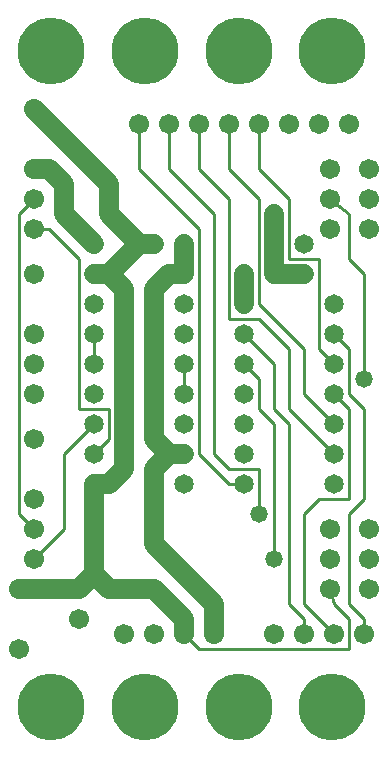
<source format=gtl>
%MOIN*%
%FSLAX25Y25*%
G04 D10 used for Character Trace; *
G04     Circle (OD=.01000) (No hole)*
G04 D11 used for Power Trace; *
G04     Circle (OD=.06700) (No hole)*
G04 D12 used for Signal Trace; *
G04     Circle (OD=.01100) (No hole)*
G04 D13 used for Via; *
G04     Circle (OD=.05800) (Round. Hole ID=.02800)*
G04 D14 used for Component hole; *
G04     Circle (OD=.06500) (Round. Hole ID=.03500)*
G04 D15 used for Component hole; *
G04     Circle (OD=.06700) (Round. Hole ID=.04300)*
G04 D16 used for Component hole; *
G04     Circle (OD=.08100) (Round. Hole ID=.05100)*
G04 D17 used for Component hole; *
G04     Circle (OD=.08900) (Round. Hole ID=.05900)*
G04 D18 used for Component hole; *
G04     Circle (OD=.11300) (Round. Hole ID=.08300)*
G04 D19 used for Component hole; *
G04     Circle (OD=.16000) (Round. Hole ID=.13000)*
G04 D20 used for Component hole; *
G04     Circle (OD=.18300) (Round. Hole ID=.15300)*
G04 D21 used for Component hole; *
G04     Circle (OD=.22291) (Round. Hole ID=.19291)*
%ADD10C,.01000*%
%ADD11C,.06700*%
%ADD12C,.01100*%
%ADD13C,.05800*%
%ADD14C,.06500*%
%ADD15C,.06700*%
%ADD16C,.08100*%
%ADD17C,.08900*%
%ADD18C,.11300*%
%ADD19C,.16000*%
%ADD20C,.18300*%
%ADD21C,.22291*%
%IPPOS*%
%LPD*%
G90*X0Y0D02*D21*X15625Y15625D03*D15*              
X5000Y35000D03*X40000Y40000D03*X25000Y45000D03*   
D21*X46875Y15625D03*D15*X50000Y40000D03*D11*      
X60000Y45000D02*X50000Y55000D01*X60000Y40000D02*  
Y45000D01*D15*Y40000D03*D12*X65000Y35000D01*      
X115000D01*Y45000D01*X110000Y50000D01*            
X108500Y55000D01*D15*D03*D12*X120000Y45000D02*    
X115000Y50000D01*X120000Y40000D02*Y45000D01*D15*  
Y40000D03*X110000D03*D12*X100000Y50000D01*        
Y80000D01*X105000Y85000D01*X115000D01*Y115000D01* 
X110000Y120000D01*D14*D03*D12*X120000Y115000D02*  
X115000Y120000D01*X120000Y85000D02*Y115000D01*    
X115000Y80000D02*X120000Y85000D01*                
X115000Y50000D02*Y80000D01*D15*X121500Y55000D03*  
Y65000D03*X108500D03*D12*X100000Y40000D02*        
Y45000D01*D15*Y40000D03*D12*Y45000D02*            
X95000Y50000D01*Y110000D01*X90000Y115000D01*      
Y130000D01*X80000Y140000D01*D14*D03*D12*          
X95000Y135000D02*X85000Y145000D01*                
X95000Y115000D02*Y135000D01*X110000Y100000D02*    
X95000Y115000D01*D14*X110000Y100000D03*Y110000D03*
D12*X100000Y120000D01*Y135000D01*X85000Y150000D01*
Y185000D01*X75000Y195000D01*Y210000D01*D15*D03*   
X85000D03*D12*Y195000D01*X95000Y185000D01*        
Y165000D01*X105000D01*Y135000D01*                 
X110000Y130000D01*D14*D03*D12*X115000Y120000D02*  
Y135000D01*D13*X120000Y125000D03*D12*Y160000D01*  
X115000Y165000D01*Y180000D01*X108500Y185000D01*   
D15*D03*X121500Y175000D03*Y195000D03*Y185000D03*  
X108500Y195000D03*Y175000D03*D14*                 
X100000Y170000D03*D13*X90000Y180000D03*D11*       
Y160000D01*X100000D01*D14*D03*X110000Y150000D03*  
D12*X75000Y145000D02*X85000D01*X75000D02*         
Y185000D01*X65000Y195000D01*Y210000D01*D15*D03*   
X55000D03*D12*Y195000D01*X70000Y180000D01*        
Y100000D01*X75000Y95000D01*X85000D01*Y80000D01*   
D13*D03*D12*X75000Y90000D02*X80000D01*D14*D03*D12*
X75000D02*X65000Y100000D01*Y175000D01*            
X45000Y195000D01*Y210000D01*D15*D03*D11*          
X35000Y180000D02*Y190000D01*X45000Y170000D02*     
X35000Y180000D01*Y160000D02*X45000Y170000D01*     
X40000Y155000D02*X35000Y160000D01*X40000Y95000D02*
Y155000D01*X35000Y90000D02*X40000Y95000D01*       
X30000Y90000D02*X35000D01*D14*X30000D03*D11*      
Y60000D01*X25000Y55000D01*X5000D01*D15*D03*       
X10000Y65000D03*D12*X20000Y75000D01*Y100000D01*   
X30000Y110000D01*D14*D03*D12*Y100000D02*          
X35000Y105000D01*D14*X30000Y100000D03*D12*        
X35000Y105000D02*Y115000D01*X25000D01*Y165000D01* 
X15000Y175000D01*X10000D01*D15*D03*D12*           
X5000Y80000D02*Y180000D01*X10000Y75000D02*        
X5000Y80000D01*D15*X10000Y75000D03*Y85000D03*D11* 
X35000Y55000D02*X30000Y60000D01*X35000Y55000D02*  
X50000D01*X70000Y50000D02*X50000Y70000D01*        
X70000Y40000D02*Y50000D01*D15*Y40000D03*X90000D03*
D13*Y65000D03*D12*Y110000D01*X85000Y115000D01*    
Y125000D01*X80000Y130000D01*D14*D03*Y120000D03*   
X60000Y150000D03*Y110000D03*Y140000D03*           
X80000Y150000D03*D11*Y160000D01*D14*D03*          
X60000Y170000D03*D11*Y160000D01*D14*D03*D11*      
X55000D01*X50000Y155000D01*Y105000D01*            
X55000Y100000D01*X50000Y95000D01*Y70000D01*D14*   
X60000Y90000D03*X80000Y100000D03*X60000D03*D11*   
X55000D01*D14*X60000Y120000D03*D12*Y130000D01*D14*
D03*X80000Y110000D03*X30000Y160000D03*D11*        
X35000D01*X45000Y170000D02*X50000D01*D14*D03*     
X30000Y150000D03*Y170000D03*D11*X20000Y180000D01* 
Y190000D01*X15000Y195000D01*X10000D01*D15*D03*    
Y185000D03*D12*X5000Y180000D01*D15*               
X10000Y160000D03*D11*X35000Y190000D02*            
X10000Y215000D01*D15*D03*D21*X15625Y234375D03*    
X46875D03*X78125D03*D15*X10000Y140000D03*D14*     
X30000D03*D12*Y130000D01*D14*D03*Y120000D03*D15*  
X10000Y130000D03*Y120000D03*Y105000D03*           
X105000Y210000D03*X95000D03*X108500Y75000D03*D14* 
X110000Y90000D03*Y140000D03*D12*X115000Y135000D01*
D15*X121500Y75000D03*X115000Y210000D03*D21*       
X109375Y234375D03*X78125Y15625D03*X109375D03*M02* 

</source>
